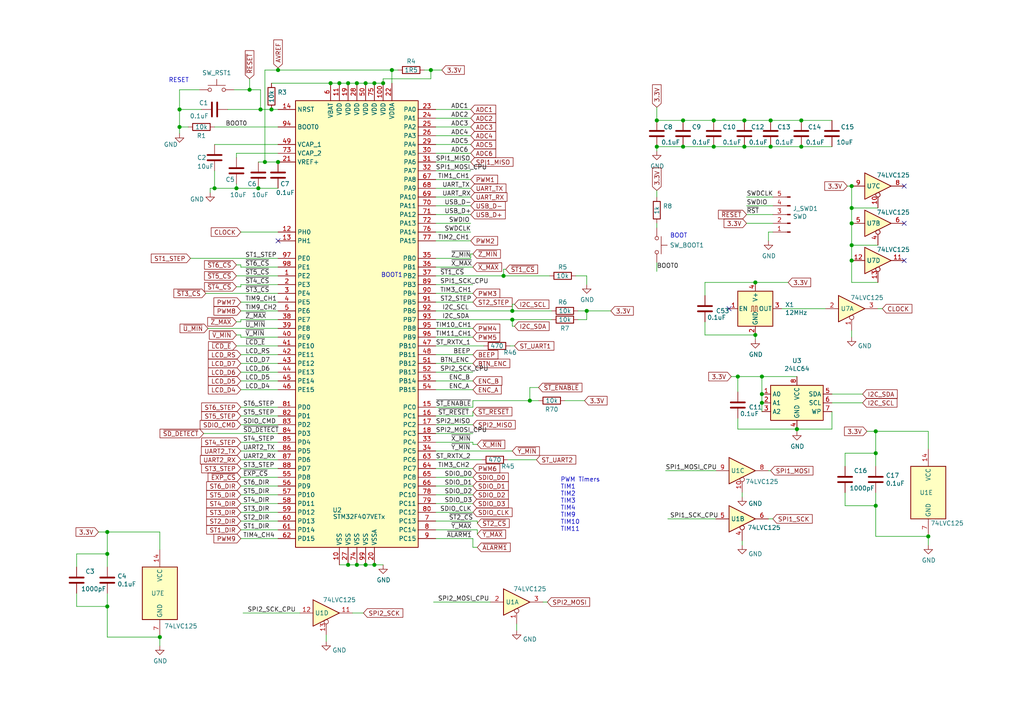
<source format=kicad_sch>
(kicad_sch (version 20201015) (generator eeschema)
  (page 1 8)
  (paper "A4")
  (junction (at 31.115 154.305) (diameter 1.016))
  (junction (at 31.115 160.655) (diameter 1.016))
  (junction (at 31.115 175.895) (diameter 1.016))
  (junction (at 46.355 184.785) (diameter 1.016))
  (junction (at 52.07 31.75) (diameter 1.016))
  (junction (at 52.07 36.83) (diameter 1.016))
  (junction (at 62.23 54.61) (diameter 1.016))
  (junction (at 68.58 54.61) (diameter 1.016))
  (junction (at 72.39 26.035) (diameter 1.016))
  (junction (at 74.93 54.61) (diameter 1.016))
  (junction (at 75.565 31.75) (diameter 1.016))
  (junction (at 76.835 46.99) (diameter 1.016))
  (junction (at 78.74 31.75) (diameter 1.016))
  (junction (at 80.645 20.32) (diameter 1.016))
  (junction (at 80.645 46.99) (diameter 1.016))
  (junction (at 95.885 24.13) (diameter 1.016))
  (junction (at 98.425 24.13) (diameter 1.016))
  (junction (at 100.965 24.13) (diameter 1.016))
  (junction (at 100.965 163.83) (diameter 1.016))
  (junction (at 103.505 24.13) (diameter 1.016))
  (junction (at 103.505 163.83) (diameter 1.016))
  (junction (at 106.045 24.13) (diameter 1.016))
  (junction (at 106.045 163.83) (diameter 1.016))
  (junction (at 108.585 24.13) (diameter 1.016))
  (junction (at 108.585 163.83) (diameter 1.016))
  (junction (at 111.125 24.13) (diameter 1.016))
  (junction (at 113.665 20.32) (diameter 1.016))
  (junction (at 124.968 20.32) (diameter 1.016))
  (junction (at 146.05 80.01) (diameter 1.016))
  (junction (at 148.59 90.17) (diameter 1.016))
  (junction (at 148.59 92.71) (diameter 1.016))
  (junction (at 153.67 116.205) (diameter 1.016))
  (junction (at 170.18 90.17) (diameter 1.016))
  (junction (at 190.5 34.925) (diameter 1.016))
  (junction (at 190.5 42.545) (diameter 1.016))
  (junction (at 198.12 34.925) (diameter 1.016))
  (junction (at 198.12 42.545) (diameter 1.016))
  (junction (at 207.01 34.925) (diameter 1.016))
  (junction (at 207.01 42.545) (diameter 1.016))
  (junction (at 213.995 109.22) (diameter 1.016))
  (junction (at 215.9 34.925) (diameter 1.016))
  (junction (at 215.9 42.545) (diameter 1.016))
  (junction (at 219.075 81.915) (diameter 1.016))
  (junction (at 219.075 97.155) (diameter 1.016))
  (junction (at 220.98 109.22) (diameter 1.016))
  (junction (at 220.98 114.3) (diameter 1.016))
  (junction (at 220.98 116.84) (diameter 1.016))
  (junction (at 223.52 34.925) (diameter 1.016))
  (junction (at 223.52 42.545) (diameter 1.016))
  (junction (at 231.14 124.46) (diameter 1.016))
  (junction (at 232.41 34.925) (diameter 1.016))
  (junction (at 232.41 42.545) (diameter 1.016))
  (junction (at 247.015 53.975) (diameter 1.016))
  (junction (at 247.015 60.325) (diameter 1.016))
  (junction (at 247.015 64.77) (diameter 1.016))
  (junction (at 247.015 71.12) (diameter 1.016))
  (junction (at 247.015 75.565) (diameter 1.016))
  (junction (at 254 125.095) (diameter 1.016))
  (junction (at 254 131.445) (diameter 1.016))
  (junction (at 254 146.685) (diameter 1.016))
  (junction (at 269.24 155.575) (diameter 1.016))
  (no_connect (at 80.645 69.85))
  (no_connect (at 262.255 53.975))
  (no_connect (at 262.255 64.77))
  (no_connect (at 211.455 89.535))
  (no_connect (at 262.255 75.565))
  (wire (pts (xy 22.225 160.655) (xy 31.115 160.655)))
  (wire (pts (xy 22.225 164.465) (xy 22.225 160.655)))
  (wire (pts (xy 22.225 172.085) (xy 22.225 175.895)))
  (wire (pts (xy 22.225 175.895) (xy 31.115 175.895)))
  (wire (pts (xy 28.575 154.305) (xy 31.115 154.305)))
  (wire (pts (xy 31.115 154.305) (xy 46.355 154.305)))
  (wire (pts (xy 31.115 160.655) (xy 31.115 154.305)))
  (wire (pts (xy 31.115 164.465) (xy 31.115 160.655)))
  (wire (pts (xy 31.115 172.085) (xy 31.115 175.895)))
  (wire (pts (xy 31.115 175.895) (xy 31.115 184.785)))
  (wire (pts (xy 31.115 184.785) (xy 46.355 184.785)))
  (wire (pts (xy 46.355 159.385) (xy 46.355 154.305)))
  (wire (pts (xy 46.355 187.325) (xy 46.355 184.785)))
  (wire (pts (xy 52.07 26.035) (xy 52.07 31.75)))
  (wire (pts (xy 52.07 31.75) (xy 52.07 36.83)))
  (wire (pts (xy 52.07 31.75) (xy 58.42 31.75)))
  (wire (pts (xy 52.07 36.83) (xy 52.07 38.735)))
  (wire (pts (xy 54.61 36.83) (xy 52.07 36.83)))
  (wire (pts (xy 55.245 74.93) (xy 80.645 74.93)))
  (wire (pts (xy 57.785 26.035) (xy 52.07 26.035)))
  (wire (pts (xy 59.055 125.73) (xy 80.645 125.73)))
  (wire (pts (xy 59.69 85.09) (xy 80.645 85.09)))
  (wire (pts (xy 60.325 95.25) (xy 80.645 95.25)))
  (wire (pts (xy 60.96 54.61) (xy 60.96 55.88)))
  (wire (pts (xy 60.96 54.61) (xy 62.23 54.61)))
  (wire (pts (xy 62.23 36.83) (xy 80.645 36.83)))
  (wire (pts (xy 62.23 49.53) (xy 62.23 54.61)))
  (wire (pts (xy 66.04 31.75) (xy 75.565 31.75)))
  (wire (pts (xy 67.945 26.035) (xy 72.39 26.035)))
  (wire (pts (xy 68.58 44.45) (xy 68.58 45.72)))
  (wire (pts (xy 68.58 53.34) (xy 68.58 54.61)))
  (wire (pts (xy 68.58 54.61) (xy 62.23 54.61)))
  (wire (pts (xy 68.58 76.835) (xy 69.85 76.835)))
  (wire (pts (xy 68.58 80.01) (xy 80.645 80.01)))
  (wire (pts (xy 68.58 83.185) (xy 69.85 83.185)))
  (wire (pts (xy 68.58 93.345) (xy 69.85 93.345)))
  (wire (pts (xy 68.58 97.155) (xy 69.85 97.155)))
  (wire (pts (xy 68.58 100.33) (xy 80.645 100.33)))
  (wire (pts (xy 69.85 67.31) (xy 80.645 67.31)))
  (wire (pts (xy 69.85 76.835) (xy 69.85 77.47)))
  (wire (pts (xy 69.85 77.47) (xy 80.645 77.47)))
  (wire (pts (xy 69.85 82.55) (xy 80.645 82.55)))
  (wire (pts (xy 69.85 83.185) (xy 69.85 82.55)))
  (wire (pts (xy 69.85 90.17) (xy 80.645 90.17)))
  (wire (pts (xy 69.85 93.345) (xy 69.85 92.71)))
  (wire (pts (xy 69.85 97.155) (xy 69.85 97.79)))
  (wire (pts (xy 70.485 177.8) (xy 86.995 177.8)))
  (wire (pts (xy 72.39 22.86) (xy 72.39 26.035)))
  (wire (pts (xy 72.39 26.035) (xy 75.565 26.035)))
  (wire (pts (xy 74.93 46.99) (xy 76.835 46.99)))
  (wire (pts (xy 74.93 54.61) (xy 68.58 54.61)))
  (wire (pts (xy 75.565 26.035) (xy 75.565 31.75)))
  (wire (pts (xy 76.835 20.32) (xy 76.835 46.99)))
  (wire (pts (xy 76.835 20.32) (xy 80.645 20.32)))
  (wire (pts (xy 76.835 46.99) (xy 80.645 46.99)))
  (wire (pts (xy 78.74 24.13) (xy 95.885 24.13)))
  (wire (pts (xy 78.74 31.75) (xy 75.565 31.75)))
  (wire (pts (xy 80.645 19.685) (xy 80.645 20.32)))
  (wire (pts (xy 80.645 20.32) (xy 113.665 20.32)))
  (wire (pts (xy 80.645 31.75) (xy 78.74 31.75)))
  (wire (pts (xy 80.645 41.91) (xy 62.23 41.91)))
  (wire (pts (xy 80.645 44.45) (xy 68.58 44.45)))
  (wire (pts (xy 80.645 54.61) (xy 74.93 54.61)))
  (wire (pts (xy 80.645 87.63) (xy 69.85 87.63)))
  (wire (pts (xy 80.645 92.71) (xy 69.85 92.71)))
  (wire (pts (xy 80.645 97.79) (xy 69.85 97.79)))
  (wire (pts (xy 80.645 102.87) (xy 69.85 102.87)))
  (wire (pts (xy 80.645 105.41) (xy 69.85 105.41)))
  (wire (pts (xy 80.645 107.95) (xy 69.85 107.95)))
  (wire (pts (xy 80.645 110.49) (xy 69.85 110.49)))
  (wire (pts (xy 80.645 113.03) (xy 69.85 113.03)))
  (wire (pts (xy 80.645 118.11) (xy 69.85 118.11)))
  (wire (pts (xy 80.645 120.65) (xy 69.85 120.65)))
  (wire (pts (xy 80.645 123.19) (xy 69.85 123.19)))
  (wire (pts (xy 80.645 128.27) (xy 69.85 128.27)))
  (wire (pts (xy 80.645 130.81) (xy 69.85 130.81)))
  (wire (pts (xy 80.645 133.35) (xy 69.85 133.35)))
  (wire (pts (xy 80.645 135.89) (xy 69.85 135.89)))
  (wire (pts (xy 80.645 138.43) (xy 69.85 138.43)))
  (wire (pts (xy 80.645 140.97) (xy 69.85 140.97)))
  (wire (pts (xy 80.645 143.51) (xy 69.85 143.51)))
  (wire (pts (xy 80.645 146.05) (xy 69.85 146.05)))
  (wire (pts (xy 80.645 148.59) (xy 69.85 148.59)))
  (wire (pts (xy 80.645 151.13) (xy 69.85 151.13)))
  (wire (pts (xy 80.645 153.67) (xy 69.85 153.67)))
  (wire (pts (xy 80.645 156.21) (xy 69.85 156.21)))
  (wire (pts (xy 94.615 186.055) (xy 94.615 184.15)))
  (wire (pts (xy 95.885 24.13) (xy 98.425 24.13)))
  (wire (pts (xy 98.425 24.13) (xy 100.965 24.13)))
  (wire (pts (xy 100.965 24.13) (xy 103.505 24.13)))
  (wire (pts (xy 100.965 163.83) (xy 98.425 163.83)))
  (wire (pts (xy 102.235 177.8) (xy 105.41 177.8)))
  (wire (pts (xy 103.505 24.13) (xy 106.045 24.13)))
  (wire (pts (xy 103.505 163.83) (xy 100.965 163.83)))
  (wire (pts (xy 106.045 24.13) (xy 108.585 24.13)))
  (wire (pts (xy 106.045 163.83) (xy 103.505 163.83)))
  (wire (pts (xy 108.585 24.13) (xy 111.125 24.13)))
  (wire (pts (xy 108.585 163.83) (xy 106.045 163.83)))
  (wire (pts (xy 111.125 22.86) (xy 124.968 22.86)))
  (wire (pts (xy 111.125 24.13) (xy 111.125 22.86)))
  (wire (pts (xy 111.125 163.83) (xy 108.585 163.83)))
  (wire (pts (xy 113.665 20.32) (xy 113.665 24.13)))
  (wire (pts (xy 113.665 20.32) (xy 115.443 20.32)))
  (wire (pts (xy 123.063 20.32) (xy 124.968 20.32)))
  (wire (pts (xy 124.968 20.32) (xy 128.143 20.32)))
  (wire (pts (xy 124.968 22.86) (xy 124.968 20.32)))
  (wire (pts (xy 126.365 31.75) (xy 136.525 31.75)))
  (wire (pts (xy 126.365 34.29) (xy 136.525 34.29)))
  (wire (pts (xy 126.365 36.83) (xy 136.525 36.83)))
  (wire (pts (xy 126.365 39.37) (xy 136.525 39.37)))
  (wire (pts (xy 126.365 41.91) (xy 136.525 41.91)))
  (wire (pts (xy 126.365 44.45) (xy 136.525 44.45)))
  (wire (pts (xy 126.365 46.99) (xy 136.525 46.99)))
  (wire (pts (xy 126.365 49.53) (xy 136.525 49.53)))
  (wire (pts (xy 126.365 52.07) (xy 136.525 52.07)))
  (wire (pts (xy 126.365 54.61) (xy 136.525 54.61)))
  (wire (pts (xy 126.365 57.15) (xy 136.525 57.15)))
  (wire (pts (xy 126.365 59.69) (xy 136.525 59.69)))
  (wire (pts (xy 126.365 62.23) (xy 136.525 62.23)))
  (wire (pts (xy 126.365 64.77) (xy 136.525 64.77)))
  (wire (pts (xy 126.365 67.31) (xy 136.525 67.31)))
  (wire (pts (xy 126.365 69.85) (xy 136.525 69.85)))
  (wire (pts (xy 126.365 74.93) (xy 136.525 74.93)))
  (wire (pts (xy 126.365 77.47) (xy 137.16 77.47)))
  (wire (pts (xy 126.365 80.01) (xy 146.05 80.01)))
  (wire (pts (xy 126.365 82.55) (xy 137.16 82.55)))
  (wire (pts (xy 126.365 85.09) (xy 137.16 85.09)))
  (wire (pts (xy 126.365 87.63) (xy 137.16 87.63)))
  (wire (pts (xy 126.365 90.17) (xy 148.59 90.17)))
  (wire (pts (xy 126.365 92.71) (xy 148.59 92.71)))
  (wire (pts (xy 126.365 95.25) (xy 137.16 95.25)))
  (wire (pts (xy 126.365 97.79) (xy 137.16 97.79)))
  (wire (pts (xy 126.365 100.33) (xy 140.335 100.33)))
  (wire (pts (xy 126.365 102.87) (xy 137.16 102.87)))
  (wire (pts (xy 126.365 105.41) (xy 137.16 105.41)))
  (wire (pts (xy 126.365 107.95) (xy 137.16 107.95)))
  (wire (pts (xy 126.365 110.49) (xy 137.16 110.49)))
  (wire (pts (xy 126.365 113.03) (xy 137.16 113.03)))
  (wire (pts (xy 126.365 118.11) (xy 137.16 118.11)))
  (wire (pts (xy 126.365 120.65) (xy 137.16 120.65)))
  (wire (pts (xy 126.365 123.19) (xy 137.16 123.19)))
  (wire (pts (xy 126.365 125.73) (xy 137.16 125.73)))
  (wire (pts (xy 126.365 128.27) (xy 137.16 128.27)))
  (wire (pts (xy 126.365 130.81) (xy 148.59 130.81)))
  (wire (pts (xy 126.365 133.35) (xy 139.7 133.35)))
  (wire (pts (xy 126.365 135.89) (xy 137.16 135.89)))
  (wire (pts (xy 126.365 138.43) (xy 137.16 138.43)))
  (wire (pts (xy 126.365 140.97) (xy 137.16 140.97)))
  (wire (pts (xy 126.365 143.51) (xy 137.16 143.51)))
  (wire (pts (xy 126.365 146.05) (xy 137.16 146.05)))
  (wire (pts (xy 126.365 148.59) (xy 137.16 148.59)))
  (wire (pts (xy 126.365 151.13) (xy 138.43 151.13)))
  (wire (pts (xy 126.365 153.67) (xy 138.43 153.67)))
  (wire (pts (xy 126.365 156.21) (xy 137.16 156.21)))
  (wire (pts (xy 136.525 73.66) (xy 136.525 74.93)))
  (wire (pts (xy 137.16 73.66) (xy 136.525 73.66)))
  (wire (pts (xy 137.16 116.205) (xy 137.16 118.11)))
  (wire (pts (xy 137.16 116.205) (xy 153.67 116.205)))
  (wire (pts (xy 137.16 119.38) (xy 137.16 120.65)))
  (wire (pts (xy 137.16 128.905) (xy 137.16 128.27)))
  (wire (pts (xy 137.16 158.75) (xy 137.16 156.21)))
  (wire (pts (xy 138.43 128.905) (xy 137.16 128.905)))
  (wire (pts (xy 138.43 151.13) (xy 138.43 151.765)))
  (wire (pts (xy 138.43 153.67) (xy 138.43 154.94)))
  (wire (pts (xy 138.43 158.75) (xy 137.16 158.75)))
  (wire (pts (xy 142.24 174.625) (xy 125.73 174.625)))
  (wire (pts (xy 146.05 78.105) (xy 146.05 80.01)))
  (wire (pts (xy 146.05 80.01) (xy 159.385 80.01)))
  (wire (pts (xy 146.685 78.105) (xy 146.05 78.105)))
  (wire (pts (xy 147.32 133.35) (xy 155.575 133.35)))
  (wire (pts (xy 147.955 100.33) (xy 149.225 100.33)))
  (wire (pts (xy 148.59 88.265) (xy 148.59 90.17)))
  (wire (pts (xy 148.59 90.17) (xy 160.02 90.17)))
  (wire (pts (xy 148.59 92.71) (xy 160.02 92.71)))
  (wire (pts (xy 148.59 94.615) (xy 148.59 92.71)))
  (wire (pts (xy 149.225 88.265) (xy 148.59 88.265)))
  (wire (pts (xy 149.225 94.615) (xy 148.59 94.615)))
  (wire (pts (xy 149.86 182.88) (xy 149.86 180.975)))
  (wire (pts (xy 153.67 112.395) (xy 156.21 112.395)))
  (wire (pts (xy 153.67 116.205) (xy 153.67 112.395)))
  (wire (pts (xy 153.67 116.205) (xy 156.21 116.205)))
  (wire (pts (xy 158.75 174.625) (xy 157.48 174.625)))
  (wire (pts (xy 163.83 116.205) (xy 169.545 116.205)))
  (wire (pts (xy 167.005 80.01) (xy 170.18 80.01)))
  (wire (pts (xy 167.64 90.17) (xy 170.18 90.17)))
  (wire (pts (xy 170.18 80.01) (xy 170.18 82.55)))
  (wire (pts (xy 170.18 90.17) (xy 170.18 92.71)))
  (wire (pts (xy 170.18 90.17) (xy 177.165 90.17)))
  (wire (pts (xy 170.18 92.71) (xy 167.64 92.71)))
  (wire (pts (xy 190.5 34.925) (xy 190.5 31.115)))
  (wire (pts (xy 190.5 42.545) (xy 190.5 43.815)))
  (wire (pts (xy 190.5 57.15) (xy 190.5 55.245)))
  (wire (pts (xy 190.5 64.77) (xy 190.5 66.04)))
  (wire (pts (xy 190.5 76.2) (xy 190.5 78.74)))
  (wire (pts (xy 198.12 34.925) (xy 190.5 34.925)))
  (wire (pts (xy 198.12 42.545) (xy 190.5 42.545)))
  (wire (pts (xy 204.47 81.915) (xy 219.075 81.915)))
  (wire (pts (xy 204.47 85.725) (xy 204.47 81.915)))
  (wire (pts (xy 204.47 93.345) (xy 204.47 97.155)))
  (wire (pts (xy 204.47 97.155) (xy 219.075 97.155)))
  (wire (pts (xy 207.01 34.925) (xy 198.12 34.925)))
  (wire (pts (xy 207.01 42.545) (xy 198.12 42.545)))
  (wire (pts (xy 207.645 136.525) (xy 193.04 136.525)))
  (wire (pts (xy 207.645 150.495) (xy 193.675 150.495)))
  (wire (pts (xy 212.09 109.22) (xy 213.995 109.22)))
  (wire (pts (xy 213.995 109.22) (xy 220.98 109.22)))
  (wire (pts (xy 213.995 113.665) (xy 213.995 109.22)))
  (wire (pts (xy 213.995 121.285) (xy 213.995 124.46)))
  (wire (pts (xy 213.995 124.46) (xy 231.14 124.46)))
  (wire (pts (xy 215.265 144.145) (xy 215.265 142.875)))
  (wire (pts (xy 215.265 156.845) (xy 215.265 158.115)))
  (wire (pts (xy 215.9 34.925) (xy 207.01 34.925)))
  (wire (pts (xy 215.9 42.545) (xy 207.01 42.545)))
  (wire (pts (xy 219.075 81.915) (xy 228.6 81.915)))
  (wire (pts (xy 219.075 97.155) (xy 219.075 98.425)))
  (wire (pts (xy 220.98 109.22) (xy 231.14 109.22)))
  (wire (pts (xy 220.98 114.3) (xy 220.98 109.22)))
  (wire (pts (xy 220.98 114.3) (xy 220.98 116.84)))
  (wire (pts (xy 220.98 116.84) (xy 220.98 119.38)))
  (wire (pts (xy 222.885 67.31) (xy 222.885 69.85)))
  (wire (pts (xy 223.52 34.925) (xy 215.9 34.925)))
  (wire (pts (xy 223.52 42.545) (xy 215.9 42.545)))
  (wire (pts (xy 223.52 136.525) (xy 222.885 136.525)))
  (wire (pts (xy 224.155 57.15) (xy 216.535 57.15)))
  (wire (pts (xy 224.155 59.69) (xy 216.535 59.69)))
  (wire (pts (xy 224.155 62.23) (xy 216.535 62.23)))
  (wire (pts (xy 224.155 64.77) (xy 216.535 64.77)))
  (wire (pts (xy 224.155 67.31) (xy 222.885 67.31)))
  (wire (pts (xy 224.155 150.495) (xy 222.885 150.495)))
  (wire (pts (xy 226.695 89.535) (xy 239.395 89.535)))
  (wire (pts (xy 231.14 125.095) (xy 231.14 124.46)))
  (wire (pts (xy 232.41 34.925) (xy 223.52 34.925)))
  (wire (pts (xy 232.41 42.545) (xy 223.52 42.545)))
  (wire (pts (xy 241.3 34.925) (xy 232.41 34.925)))
  (wire (pts (xy 241.3 42.545) (xy 232.41 42.545)))
  (wire (pts (xy 241.3 114.3) (xy 250.19 114.3)))
  (wire (pts (xy 241.3 116.84) (xy 250.19 116.84)))
  (wire (pts (xy 241.3 119.38) (xy 241.3 124.46)))
  (wire (pts (xy 241.3 124.46) (xy 231.14 124.46)))
  (wire (pts (xy 245.11 131.445) (xy 254 131.445)))
  (wire (pts (xy 245.11 135.255) (xy 245.11 131.445)))
  (wire (pts (xy 245.11 142.875) (xy 245.11 146.685)))
  (wire (pts (xy 245.11 146.685) (xy 254 146.685)))
  (wire (pts (xy 245.745 53.975) (xy 247.015 53.975)))
  (wire (pts (xy 247.015 60.325) (xy 247.015 53.975)))
  (wire (pts (xy 247.015 60.325) (xy 247.015 64.77)))
  (wire (pts (xy 247.015 71.12) (xy 247.015 64.77)))
  (wire (pts (xy 247.015 71.12) (xy 247.015 75.565)))
  (wire (pts (xy 247.015 81.915) (xy 247.015 75.565)))
  (wire (pts (xy 247.015 97.79) (xy 247.015 95.885)))
  (wire (pts (xy 251.46 125.095) (xy 254 125.095)))
  (wire (pts (xy 254 125.095) (xy 269.24 125.095)))
  (wire (pts (xy 254 131.445) (xy 254 125.095)))
  (wire (pts (xy 254 135.255) (xy 254 131.445)))
  (wire (pts (xy 254 142.875) (xy 254 146.685)))
  (wire (pts (xy 254 146.685) (xy 254 155.575)))
  (wire (pts (xy 254 155.575) (xy 269.24 155.575)))
  (wire (pts (xy 254.635 60.325) (xy 247.015 60.325)))
  (wire (pts (xy 254.635 71.12) (xy 247.015 71.12)))
  (wire (pts (xy 254.635 81.915) (xy 247.015 81.915)))
  (wire (pts (xy 255.905 89.535) (xy 254.635 89.535)))
  (wire (pts (xy 269.24 130.175) (xy 269.24 125.095)))
  (wire (pts (xy 269.24 158.115) (xy 269.24 155.575)))
  (text "RESET" (at 48.895 24.13 0) (effects (font (size 1.27 1.27)) (justify left bottom)))
  (text "BOOT1" (at 110.49 80.645 0) (effects (font (size 1.27 1.27)) (justify left bottom)))
  (text "PWM Timers\nTIM1\nTIM2\nTIM3\nTIM4\nTIM9\nTIM10\nTIM11" (at 162.56 154.305 0) (effects (font (size 1.27 1.27)) (justify left bottom)))
  (text "BOOT" (at 194.31 69.215 0) (effects (font (size 1.27 1.27)) (justify left bottom)))
  (label "BOOT0" (at 65.405 36.83 0))
  (label "ST6_STEP" (at 70.485 118.11 0))
  (label "ST5_STEP" (at 70.485 120.65 0))
  (label "SDIO_CMD" (at 70.485 123.19 0))
  (label "~SD_DETECT" (at 70.485 125.73 0))
  (label "ST4_STEP" (at 70.485 128.27 0))
  (label "UART2_TX" (at 70.485 130.81 0))
  (label "UART2_RX" (at 70.485 133.35 0))
  (label "ST3_STEP" (at 70.485 135.89 0))
  (label "~EXP_CS" (at 70.485 138.43 0))
  (label "ST6_DIR" (at 70.485 140.97 0))
  (label "ST5_DIR" (at 70.485 143.51 0))
  (label "ST4_DIR" (at 70.485 146.05 0))
  (label "ST3_DIR" (at 70.485 148.59 0))
  (label "ST2_DIR" (at 70.485 151.13 0))
  (label "ST1_DIR" (at 70.485 153.67 0))
  (label "TIM4_CH4" (at 70.485 156.21 0))
  (label "ST1_STEP" (at 71.12 74.93 0))
  (label "~ST6_CS" (at 71.12 77.47 0))
  (label "~ST5_CS" (at 71.12 80.01 0))
  (label "~ST4_CS" (at 71.12 82.55 0))
  (label "~ST3_CS" (at 71.12 85.09 0))
  (label "TIM9_CH1" (at 71.12 87.63 0))
  (label "TIM9_CH2" (at 71.12 90.17 0))
  (label "~Z_MAX" (at 71.12 92.71 0))
  (label "~U_MIN" (at 71.12 95.25 0))
  (label "~V_MIN" (at 71.12 97.79 0))
  (label "~LCD_E" (at 71.12 100.33 0))
  (label "LCD_RS" (at 71.12 102.87 0))
  (label "LCD_D7" (at 71.12 105.41 0))
  (label "LCD_D6" (at 71.12 107.95 0))
  (label "LCD_D5" (at 71.12 110.49 0))
  (label "LCD_D4" (at 71.12 113.03 0))
  (label "SPI2_SCK_CPU" (at 71.755 177.8 0))
  (label "SPI1_MISO" (at 126.365 46.99 0))
  (label "SPI1_MOSI_CPU" (at 126.365 49.53 0))
  (label "TIM10_CH1" (at 126.365 95.25 0))
  (label "TIM11_CH1" (at 126.365 97.79 0))
  (label "ST_RXTX_1" (at 126.365 100.33 0))
  (label "~ST_ENABLE" (at 126.365 118.11 0))
  (label "SPI2_MISO" (at 126.365 123.19 0))
  (label "SPI2_MOSI_CPU" (at 126.365 125.73 0))
  (label "ST_RXTX_2" (at 126.365 133.35 0))
  (label "TIM1_CH1" (at 127 52.07 0))
  (label "TIM2_CH1" (at 127 69.85 0))
  (label "~ST_RESET" (at 127 120.65 0))
  (label "TIM3_CH2" (at 127 135.89 0))
  (label "SPI2_MOSI_CPU" (at 127 174.625 0))
  (label "~ST1_CS" (at 127.635 80.01 0))
  (label "SPI1_SCK_CPU" (at 127.635 82.55 0))
  (label "TIM3_CH1" (at 127.635 85.09 0))
  (label "ST2_STEP" (at 127.635 87.63 0))
  (label "BTN_ENC" (at 127.635 105.41 0))
  (label "SPI2_SCK_CPU" (at 127.635 107.95 0))
  (label "SDIO_CLK" (at 127.635 148.59 0))
  (label "UART_TX" (at 128.27 54.61 0))
  (label "UART_RX" (at 128.27 57.15 0))
  (label "I2C_SCL" (at 128.27 90.17 0))
  (label "I2C_SDA" (at 128.27 92.71 0))
  (label "USB_D-" (at 128.905 59.69 0))
  (label "USB_D+" (at 128.905 62.23 0))
  (label "SWDCLK" (at 128.905 67.31 0))
  (label "SDIO_D0" (at 128.905 138.43 0))
  (label "SDIO_D1" (at 128.905 140.97 0))
  (label "SDIO_D2" (at 128.905 143.51 0))
  (label "SDIO_D3" (at 128.905 146.05 0))
  (label "~ALARM1" (at 129.54 156.21 0))
  (label "SWDIO" (at 130.175 64.77 0))
  (label "ENC_B" (at 130.175 110.49 0))
  (label "ENC_A" (at 130.175 113.03 0))
  (label "~ST2_CS" (at 130.175 151.13 0))
  (label "ADC1" (at 130.81 31.75 0))
  (label "ADC2" (at 130.81 34.29 0))
  (label "ADC3" (at 130.81 36.83 0))
  (label "ADC4" (at 130.81 39.37 0))
  (label "ADC5" (at 130.81 41.91 0))
  (label "ADC6" (at 130.81 44.45 0))
  (label "~Z_MIN" (at 130.81 74.93 0))
  (label "~X_MAX" (at 130.81 77.47 0))
  (label "~X_MIN" (at 130.81 128.27 0))
  (label "~Y_MIN" (at 130.81 130.81 0))
  (label "~Y_MAX" (at 130.81 153.67 0))
  (label "BEEP" (at 131.445 102.87 0))
  (label "BOOT0" (at 190.5 78.105 0))
  (label "SPI1_MOSI_CPU" (at 193.04 136.525 0))
  (label "SPI1_SCK_CPU" (at 194.31 150.495 0))
  (label "SWDCLK" (at 216.535 57.15 0))
  (label "SWDIO" (at 216.535 59.69 0))
  (label "~RST" (at 216.535 62.23 0))
  (global_label "3.3V" (shape input) (at 28.575 154.305 180) (property "Intersheet References" "${INTERSHEET_REFS}" (effects hide)))
  (global_label "ST1_STEP" (shape input) (at 55.245 74.93 180) (property "Intersheet References" "${INTERSHEET_REFS}" (effects hide)))
  (global_label "~SD_DETECT" (shape input) (at 59.055 125.73 180) (property "Intersheet References" "${INTERSHEET_REFS}" (effects hide)))
  (global_label "~ST3_CS" (shape input) (at 59.69 85.09 180) (property "Intersheet References" "${INTERSHEET_REFS}" (effects hide)))
  (global_label "~U_MIN" (shape input) (at 60.325 95.25 180) (property "Intersheet References" "${INTERSHEET_REFS}" (effects hide)))
  (global_label "~ST6_CS" (shape input) (at 68.58 76.835 180) (property "Intersheet References" "${INTERSHEET_REFS}" (effects hide)))
  (global_label "~ST5_CS" (shape input) (at 68.58 80.01 180) (property "Intersheet References" "${INTERSHEET_REFS}" (effects hide)))
  (global_label "~ST4_CS" (shape input) (at 68.58 83.185 180) (property "Intersheet References" "${INTERSHEET_REFS}" (effects hide)))
  (global_label "~Z_MAX" (shape input) (at 68.58 93.345 180) (property "Intersheet References" "${INTERSHEET_REFS}" (effects hide)))
  (global_label "~V_MIN" (shape input) (at 68.58 97.155 180) (property "Intersheet References" "${INTERSHEET_REFS}" (effects hide)))
  (global_label "~LCD_E" (shape input) (at 68.58 100.33 180) (property "Intersheet References" "${INTERSHEET_REFS}" (effects hide)))
  (global_label "CLOCK" (shape input) (at 69.85 67.31 180) (property "Intersheet References" "${INTERSHEET_REFS}" (effects hide)))
  (global_label "PWM7" (shape input) (at 69.85 87.63 180) (property "Intersheet References" "${INTERSHEET_REFS}" (effects hide)))
  (global_label "PWM8" (shape input) (at 69.85 90.17 180) (property "Intersheet References" "${INTERSHEET_REFS}" (effects hide)))
  (global_label "LCD_RS" (shape input) (at 69.85 102.87 180) (property "Intersheet References" "${INTERSHEET_REFS}" (effects hide)))
  (global_label "LCD_D7" (shape input) (at 69.85 105.41 180) (property "Intersheet References" "${INTERSHEET_REFS}" (effects hide)))
  (global_label "LCD_D6" (shape input) (at 69.85 107.95 180) (property "Intersheet References" "${INTERSHEET_REFS}" (effects hide)))
  (global_label "LCD_D5" (shape input) (at 69.85 110.49 180) (property "Intersheet References" "${INTERSHEET_REFS}" (effects hide)))
  (global_label "LCD_D4" (shape input) (at 69.85 113.03 180) (property "Intersheet References" "${INTERSHEET_REFS}" (effects hide)))
  (global_label "ST6_STEP" (shape input) (at 69.85 118.11 180) (property "Intersheet References" "${INTERSHEET_REFS}" (effects hide)))
  (global_label "ST5_STEP" (shape input) (at 69.85 120.65 180) (property "Intersheet References" "${INTERSHEET_REFS}" (effects hide)))
  (global_label "SDIO_CMD" (shape input) (at 69.85 123.19 180) (property "Intersheet References" "${INTERSHEET_REFS}" (effects hide)))
  (global_label "ST4_STEP" (shape input) (at 69.85 128.27 180) (property "Intersheet References" "${INTERSHEET_REFS}" (effects hide)))
  (global_label "UART2_TX" (shape input) (at 69.85 130.81 180) (property "Intersheet References" "${INTERSHEET_REFS}" (effects hide)))
  (global_label "UART2_RX" (shape input) (at 69.85 133.35 180) (property "Intersheet References" "${INTERSHEET_REFS}" (effects hide)))
  (global_label "ST3_STEP" (shape input) (at 69.85 135.89 180) (property "Intersheet References" "${INTERSHEET_REFS}" (effects hide)))
  (global_label "~EXP_CS" (shape input) (at 69.85 138.43 180) (property "Intersheet References" "${INTERSHEET_REFS}" (effects hide)))
  (global_label "ST6_DIR" (shape input) (at 69.85 140.97 180) (property "Intersheet References" "${INTERSHEET_REFS}" (effects hide)))
  (global_label "ST5_DIR" (shape input) (at 69.85 143.51 180) (property "Intersheet References" "${INTERSHEET_REFS}" (effects hide)))
  (global_label "ST4_DIR" (shape input) (at 69.85 146.05 180) (property "Intersheet References" "${INTERSHEET_REFS}" (effects hide)))
  (global_label "ST3_DIR" (shape input) (at 69.85 148.59 180) (property "Intersheet References" "${INTERSHEET_REFS}" (effects hide)))
  (global_label "ST2_DIR" (shape input) (at 69.85 151.13 180) (property "Intersheet References" "${INTERSHEET_REFS}" (effects hide)))
  (global_label "ST1_DIR" (shape input) (at 69.85 153.67 180) (property "Intersheet References" "${INTERSHEET_REFS}" (effects hide)))
  (global_label "PWM9" (shape input) (at 69.85 156.21 180) (property "Intersheet References" "${INTERSHEET_REFS}" (effects hide)))
  (global_label "~RESET" (shape input) (at 72.39 22.86 90) (property "Intersheet References" "${INTERSHEET_REFS}" (effects hide)))
  (global_label "AVREF" (shape input) (at 80.645 19.685 90) (property "Intersheet References" "${INTERSHEET_REFS}" (effects hide)))
  (global_label "SPI2_SCK" (shape input) (at 105.41 177.8 0) (property "Intersheet References" "${INTERSHEET_REFS}" (effects hide)))
  (global_label "3.3V" (shape input) (at 128.143 20.32 0) (property "Intersheet References" "${INTERSHEET_REFS}" (effects hide)))
  (global_label "ADC1" (shape input) (at 136.525 31.75 0) (property "Intersheet References" "${INTERSHEET_REFS}" (effects hide)))
  (global_label "ADC2" (shape input) (at 136.525 34.29 0) (property "Intersheet References" "${INTERSHEET_REFS}" (effects hide)))
  (global_label "ADC3" (shape input) (at 136.525 36.83 0) (property "Intersheet References" "${INTERSHEET_REFS}" (effects hide)))
  (global_label "ADC4" (shape input) (at 136.525 39.37 0) (property "Intersheet References" "${INTERSHEET_REFS}" (effects hide)))
  (global_label "ADC5" (shape input) (at 136.525 41.91 0) (property "Intersheet References" "${INTERSHEET_REFS}" (effects hide)))
  (global_label "ADC6" (shape input) (at 136.525 44.45 0) (property "Intersheet References" "${INTERSHEET_REFS}" (effects hide)))
  (global_label "SPI1_MISO" (shape input) (at 136.525 46.99 0) (property "Intersheet References" "${INTERSHEET_REFS}" (effects hide)))
  (global_label "PWM1" (shape input) (at 136.525 52.07 0) (property "Intersheet References" "${INTERSHEET_REFS}" (effects hide)))
  (global_label "UART_TX" (shape input) (at 136.525 54.61 0) (property "Intersheet References" "${INTERSHEET_REFS}" (effects hide)))
  (global_label "UART_RX" (shape input) (at 136.525 57.15 0) (property "Intersheet References" "${INTERSHEET_REFS}" (effects hide)))
  (global_label "USB_D-" (shape input) (at 136.525 59.69 0) (property "Intersheet References" "${INTERSHEET_REFS}" (effects hide)))
  (global_label "USB_D+" (shape input) (at 136.525 62.23 0) (property "Intersheet References" "${INTERSHEET_REFS}" (effects hide)))
  (global_label "PWM2" (shape input) (at 136.525 69.85 0) (property "Intersheet References" "${INTERSHEET_REFS}" (effects hide)))
  (global_label "~Z_MIN" (shape input) (at 137.16 73.66 0) (property "Intersheet References" "${INTERSHEET_REFS}" (effects hide)))
  (global_label "~X_MAX" (shape input) (at 137.16 77.47 0) (property "Intersheet References" "${INTERSHEET_REFS}" (effects hide)))
  (global_label "PWM3" (shape input) (at 137.16 85.09 0) (property "Intersheet References" "${INTERSHEET_REFS}" (effects hide)))
  (global_label "ST2_STEP" (shape input) (at 137.16 87.63 0) (property "Intersheet References" "${INTERSHEET_REFS}" (effects hide)))
  (global_label "PWM4" (shape input) (at 137.16 95.25 0) (property "Intersheet References" "${INTERSHEET_REFS}" (effects hide)))
  (global_label "PWM5" (shape input) (at 137.16 97.79 0) (property "Intersheet References" "${INTERSHEET_REFS}" (effects hide)))
  (global_label "BEEP" (shape input) (at 137.16 102.87 0) (property "Intersheet References" "${INTERSHEET_REFS}" (effects hide)))
  (global_label "BTN_ENC" (shape input) (at 137.16 105.41 0) (property "Intersheet References" "${INTERSHEET_REFS}" (effects hide)))
  (global_label "ENC_B" (shape input) (at 137.16 110.49 0) (property "Intersheet References" "${INTERSHEET_REFS}" (effects hide)))
  (global_label "ENC_A" (shape input) (at 137.16 113.03 0) (property "Intersheet References" "${INTERSHEET_REFS}" (effects hide)))
  (global_label "~ST_RESET" (shape input) (at 137.16 119.38 0) (property "Intersheet References" "${INTERSHEET_REFS}" (effects hide)))
  (global_label "SPI2_MISO" (shape input) (at 137.16 123.19 0) (property "Intersheet References" "${INTERSHEET_REFS}" (effects hide)))
  (global_label "PWM6" (shape input) (at 137.16 135.89 0) (property "Intersheet References" "${INTERSHEET_REFS}" (effects hide)))
  (global_label "SDIO_D0" (shape input) (at 137.16 138.43 0) (property "Intersheet References" "${INTERSHEET_REFS}" (effects hide)))
  (global_label "SDIO_D1" (shape input) (at 137.16 140.97 0) (property "Intersheet References" "${INTERSHEET_REFS}" (effects hide)))
  (global_label "SDIO_D2" (shape input) (at 137.16 143.51 0) (property "Intersheet References" "${INTERSHEET_REFS}" (effects hide)))
  (global_label "SDIO_D3" (shape input) (at 137.16 146.05 0) (property "Intersheet References" "${INTERSHEET_REFS}" (effects hide)))
  (global_label "SDIO_CLK" (shape input) (at 137.16 148.59 0) (property "Intersheet References" "${INTERSHEET_REFS}" (effects hide)))
  (global_label "~X_MIN" (shape input) (at 138.43 128.905 0) (property "Intersheet References" "${INTERSHEET_REFS}" (effects hide)))
  (global_label "~ST2_CS" (shape input) (at 138.43 151.765 0) (property "Intersheet References" "${INTERSHEET_REFS}" (effects hide)))
  (global_label "~Y_MAX" (shape input) (at 138.43 154.94 0) (property "Intersheet References" "${INTERSHEET_REFS}" (effects hide)))
  (global_label "~ALARM1" (shape input) (at 138.43 158.75 0) (property "Intersheet References" "${INTERSHEET_REFS}" (effects hide)))
  (global_label "~ST1_CS" (shape input) (at 146.685 78.105 0) (property "Intersheet References" "${INTERSHEET_REFS}" (effects hide)))
  (global_label "~Y_MIN" (shape input) (at 148.59 130.81 0) (property "Intersheet References" "${INTERSHEET_REFS}" (effects hide)))
  (global_label "I2C_SCL" (shape input) (at 149.225 88.265 0) (property "Intersheet References" "${INTERSHEET_REFS}" (effects hide)))
  (global_label "I2C_SDA" (shape input) (at 149.225 94.615 0) (property "Intersheet References" "${INTERSHEET_REFS}" (effects hide)))
  (global_label "ST_UART1" (shape input) (at 149.225 100.33 0) (property "Intersheet References" "${INTERSHEET_REFS}" (effects hide)))
  (global_label "ST_UART2" (shape input) (at 155.575 133.35 0) (property "Intersheet References" "${INTERSHEET_REFS}" (effects hide)))
  (global_label "~ST_ENABLE" (shape input) (at 156.21 112.395 0) (property "Intersheet References" "${INTERSHEET_REFS}" (effects hide)))
  (global_label "SPI2_MOSI" (shape input) (at 158.75 174.625 0) (property "Intersheet References" "${INTERSHEET_REFS}" (effects hide)))
  (global_label "3.3V" (shape input) (at 169.545 116.205 0) (property "Intersheet References" "${INTERSHEET_REFS}" (effects hide)))
  (global_label "3.3V" (shape input) (at 177.165 90.17 0) (property "Intersheet References" "${INTERSHEET_REFS}" (effects hide)))
  (global_label "3.3V" (shape input) (at 190.5 31.115 90) (property "Intersheet References" "${INTERSHEET_REFS}" (effects hide)))
  (global_label "3.3V" (shape input) (at 190.5 55.245 90) (property "Intersheet References" "${INTERSHEET_REFS}" (effects hide)))
  (global_label "3.3V" (shape input) (at 212.09 109.22 180) (property "Intersheet References" "${INTERSHEET_REFS}" (effects hide)))
  (global_label "~RESET" (shape input) (at 216.535 62.23 180) (property "Intersheet References" "${INTERSHEET_REFS}" (effects hide)))
  (global_label "3.3V" (shape input) (at 216.535 64.77 180) (property "Intersheet References" "${INTERSHEET_REFS}" (effects hide)))
  (global_label "SPI1_MOSI" (shape input) (at 223.52 136.525 0) (property "Intersheet References" "${INTERSHEET_REFS}" (effects hide)))
  (global_label "SPI1_SCK" (shape input) (at 224.155 150.495 0) (property "Intersheet References" "${INTERSHEET_REFS}" (effects hide)))
  (global_label "3.3V" (shape input) (at 228.6 81.915 0) (property "Intersheet References" "${INTERSHEET_REFS}" (effects hide)))
  (global_label "3.3V" (shape input) (at 245.745 53.975 180) (property "Intersheet References" "${INTERSHEET_REFS}" (effects hide)))
  (global_label "I2C_SDA" (shape input) (at 250.19 114.3 0) (property "Intersheet References" "${INTERSHEET_REFS}" (effects hide)))
  (global_label "I2C_SCL" (shape input) (at 250.19 116.84 0) (property "Intersheet References" "${INTERSHEET_REFS}" (effects hide)))
  (global_label "3.3V" (shape input) (at 251.46 125.095 180) (property "Intersheet References" "${INTERSHEET_REFS}" (effects hide)))
  (global_label "CLOCK" (shape input) (at 255.905 89.535 0) (property "Intersheet References" "${INTERSHEET_REFS}" (effects hide)))
  (symbol (lib_id "power:GND") (at 46.355 187.325 0) (unit 1)
    (property "Reference" "#PWR0102" (effects hide))
    (property "Value" "GND" (at 46.482 191.7192 0))
  )
  (symbol (lib_id "power:GND") (at 52.07 38.735 0) (unit 1)
    (property "Reference" "#PWR01" (effects hide))
    (property "Value" "GND" (at 49.53 41.91 0))
  )
  (symbol (lib_id "power:GND") (at 60.96 55.88 0) (unit 1)
    (property "Reference" "#PWR02" (effects hide))
    (property "Value" "GND" (at 57.15 57.785 0))
  )
  (symbol (lib_id "power:GND") (at 94.615 186.055 0) (unit 1)
    (property "Reference" "#PWR0101" (effects hide))
    (property "Value" "GND" (at 98.425 188.595 0))
  )
  (symbol (lib_id "power:GND") (at 111.125 163.83 0) (unit 1)
    (property "Reference" "#PWR03" (effects hide))
    (property "Value" "GND" (at 111.252 168.2242 0))
  )
  (symbol (lib_id "power:GND") (at 149.86 182.88 0) (unit 1)
    (property "Reference" "#PWR04" (effects hide))
    (property "Value" "GND" (at 153.67 185.42 0))
  )
  (symbol (lib_id "power:GND") (at 170.18 82.55 0) (unit 1)
    (property "Reference" "#PWR05" (effects hide))
    (property "Value" "GND" (at 170.307 86.9442 0))
  )
  (symbol (lib_id "power:GND") (at 190.5 43.815 0) (unit 1)
    (property "Reference" "#PWR06" (effects hide))
    (property "Value" "GND" (at 190.627 48.2092 0))
  )
  (symbol (lib_id "power:GND") (at 215.265 144.145 0) (unit 1)
    (property "Reference" "#PWR07" (effects hide))
    (property "Value" "GND" (at 219.075 146.05 0))
  )
  (symbol (lib_id "power:GND") (at 215.265 158.115 0) (unit 1)
    (property "Reference" "#PWR08" (effects hide))
    (property "Value" "GND" (at 219.075 160.655 0))
  )
  (symbol (lib_id "power:GND") (at 219.075 98.425 0) (unit 1)
    (property "Reference" "#PWR0103" (effects hide))
    (property "Value" "GND" (at 219.202 102.8192 0))
  )
  (symbol (lib_id "power:GND") (at 222.885 69.85 0) (unit 1)
    (property "Reference" "#PWR09" (effects hide))
    (property "Value" "GND" (at 223.012 74.2442 0))
  )
  (symbol (lib_id "power:GND") (at 231.14 125.095 0) (unit 1)
    (property "Reference" "#PWR010" (effects hide))
    (property "Value" "GND" (at 231.267 129.4892 0))
  )
  (symbol (lib_id "power:GND") (at 247.015 97.79 0) (unit 1)
    (property "Reference" "#PWR0104" (effects hide))
    (property "Value" "GND" (at 250.825 100.33 0))
  )
  (symbol (lib_id "power:GND") (at 269.24 158.115 0) (unit 1)
    (property "Reference" "#PWR011" (effects hide))
    (property "Value" "GND" (at 269.367 162.5092 0))
  )
  (symbol (lib_id "Device:R") (at 58.42 36.83 270) (unit 1)
    (property "Reference" "R1" (at 58.42 39.37 90))
    (property "Value" "10k" (at 58.42 36.83 90))
    (property "Footprint" "PrntrBoardV2:R_0603_1608Metric" (effects hide))
    (property "Part #" "0603WAF1002T5E" (effects hide))
    (property "LCSC Part #" "C25804" (effects hide))
  )
  (symbol (lib_id "Device:R") (at 78.74 27.94 0) (unit 1)
    (property "Reference" "R3" (at 80.518 26.7716 0) (effects (justify left)))
    (property "Value" "10k" (at 78.74 29.845 90) (effects (justify left)))
    (property "Footprint" "PrntrBoardV2:R_0603_1608Metric" (effects hide))
    (property "Part #" "0603WAF1002T5E" (effects hide))
    (property "LCSC Part #" "C25804" (effects hide))
  )
  (symbol (lib_id "Device:R") (at 119.253 20.32 270) (unit 1)
    (property "Reference" "R4" (at 119.253 17.78 90))
    (property "Value" "1R5" (at 119.253 20.32 90))
    (property "Footprint" "PrntrBoardV2:R_0603_1608Metric" (effects hide))
    (property "Part #" "0603WAF220KT5E" (effects hide))
    (property "LCSC Part #" "C22939" (effects hide))
  )
  (symbol (lib_id "Device:R") (at 143.51 133.35 270) (unit 1)
    (property "Reference" "R45" (at 147.32 135.255 90))
    (property "Value" "470" (at 143.51 133.35 90))
    (property "Footprint" "PrntrBoardV2:R_0603_1608Metric" (effects hide))
    (property "Part #" "0603WAF4700T5E" (effects hide))
    (property "LCSC Part #" "C23179" (effects hide))
  )
  (symbol (lib_id "Device:R") (at 144.145 100.33 270) (unit 1)
    (property "Reference" "R46" (at 147.955 102.235 90))
    (property "Value" "470" (at 144.145 100.33 90))
    (property "Footprint" "PrntrBoardV2:R_0603_1608Metric" (effects hide))
    (property "Part #" "0603WAF4700T5E" (effects hide))
    (property "LCSC Part #" "C23179" (effects hide))
  )
  (symbol (lib_id "Device:R") (at 160.02 116.205 270) (unit 1)
    (property "Reference" "R70" (at 160.02 118.745 90))
    (property "Value" "10k" (at 160.02 116.205 90))
    (property "Footprint" "PrntrBoardV2:R_0603_1608Metric" (effects hide))
    (property "Part #" "0603WAF1002T5E" (effects hide))
    (property "LCSC Part #" "C25804" (effects hide))
  )
  (symbol (lib_id "Device:R") (at 163.195 80.01 270) (unit 1)
    (property "Reference" "R5" (at 163.195 77.47 90))
    (property "Value" "10k" (at 163.195 80.01 90))
    (property "Footprint" "PrntrBoardV2:R_0603_1608Metric" (effects hide))
    (property "Part #" "0603WAF1002T5E" (effects hide))
    (property "LCSC Part #" "C25804" (effects hide))
  )
  (symbol (lib_id "Device:R") (at 163.83 90.17 270) (unit 1)
    (property "Reference" "R6" (at 163.195 87.63 90))
    (property "Value" "10k" (at 163.83 90.17 90))
    (property "Footprint" "PrntrBoardV2:R_0603_1608Metric" (effects hide))
    (property "Part #" "0603WAF1002T5E" (effects hide))
    (property "LCSC Part #" "C25804" (effects hide))
  )
  (symbol (lib_id "Device:R") (at 163.83 92.71 270) (unit 1)
    (property "Reference" "R7" (at 163.83 95.25 90))
    (property "Value" "10k" (at 163.83 92.71 90))
    (property "Footprint" "PrntrBoardV2:R_0603_1608Metric" (effects hide))
    (property "Part #" "0603WAF1002T5E" (effects hide))
    (property "LCSC Part #" "C25804" (effects hide))
  )
  (symbol (lib_id "Device:R") (at 190.5 60.96 0) (unit 1)
    (property "Reference" "R8" (at 192.278 59.7916 0) (effects (justify left)))
    (property "Value" "1k" (at 190.5 62.23 90) (effects (justify left)))
    (property "Footprint" "PrntrBoardV2:R_0603_1608Metric" (effects hide))
    (property "Part #" "0603WAF1001T5E" (effects hide))
    (property "LCSC Part #" "C21190" (effects hide))
  )
  (symbol (lib_id "Device:C") (at 22.225 168.275 0) (unit 1)
    (property "Reference" "C3" (at 24.765 165.735 0) (effects (justify left)))
    (property "Value" "1000pF" (at 23.495 170.815 0) (effects (justify left)))
    (property "Footprint" "PrntrBoardV2:C_0603_1608Metric" (effects hide))
    (property "Part #" "CL10B102KB8NNNC" (effects hide))
    (property "LCSC Part #" "C1588" (effects hide))
  )
  (symbol (lib_id "Device:C") (at 31.115 168.275 0) (unit 1)
    (property "Reference" "C4" (at 34.036 167.1066 0) (effects (justify left)))
    (property "Value" "0.1uF" (at 34.036 169.418 0) (effects (justify left)))
    (property "Footprint" "PrntrBoardV2:C_0603_1608Metric" (effects hide))
    (property "Part #" "CC0603KRX7R9BB104" (effects hide))
    (property "LCSC Part #" "C14663" (effects hide))
  )
  (symbol (lib_id "Device:C") (at 62.23 31.75 270) (unit 1)
    (property "Reference" "C1" (at 59.055 29.845 90))
    (property "Value" "0.1uF" (at 57.785 33.655 90))
    (property "Footprint" "PrntrBoardV2:C_0603_1608Metric" (effects hide))
    (property "Part #" "CC0603KRX7R9BB104" (effects hide))
    (property "LCSC Part #" "C14663" (effects hide))
  )
  (symbol (lib_id "Device:C") (at 62.23 45.72 0) (unit 1)
    (property "Reference" "C2" (at 57.15 45.72 0) (effects (justify left)))
    (property "Value" "10uF" (at 57.15 48.26 0) (effects (justify left)))
    (property "Footprint" "PrntrBoardV2:C_0603_1608Metric" (effects hide))
    (property "Part #" "CL10A106KP8NNNC" (effects hide))
    (property "LCSC Part #" "C19702" (effects hide))
  )
  (symbol (lib_id "Device:C") (at 68.58 49.53 0) (unit 1)
    (property "Reference" "C5" (at 65.405 52.07 0) (effects (justify left)))
    (property "Value" "10uF" (at 66.675 56.515 0) (effects (justify left)))
    (property "Footprint" "PrntrBoardV2:C_0603_1608Metric" (effects hide))
    (property "Part #" "CL10A106KP8NNNC" (effects hide))
    (property "LCSC Part #" "C19702" (effects hide))
  )
  (symbol (lib_id "Device:C") (at 74.93 50.8 0) (unit 1)
    (property "Reference" "C6" (at 71.755 53.34 0) (effects (justify left)))
    (property "Value" "10uF" (at 73.025 56.515 0) (effects (justify left)))
    (property "Footprint" "PrntrBoardV2:C_0603_1608Metric" (effects hide))
    (property "Part #" "CL10A106KP8NNNC" (effects hide))
    (property "LCSC Part #" "C19702" (effects hide))
  )
  (symbol (lib_id "Device:C") (at 80.645 50.8 0) (unit 1)
    (property "Reference" "C7" (at 81.28 53.34 0) (effects (justify left)))
    (property "Value" "0.1uF" (at 80.01 55.88 0) (effects (justify left)))
    (property "Footprint" "PrntrBoardV2:C_0603_1608Metric" (effects hide))
    (property "Part #" "CC0603KRX7R9BB104" (effects hide))
    (property "LCSC Part #" "C14663" (effects hide))
  )
  (symbol (lib_id "Device:C") (at 190.5 38.735 0) (unit 1)
    (property "Reference" "C8" (at 192.405 36.83 0) (effects (justify left)))
    (property "Value" "0.1uF" (at 191.77 41.275 0) (effects (justify left)))
    (property "Footprint" "PrntrBoardV2:C_0603_1608Metric" (effects hide))
    (property "Part #" "CC0603KRX7R9BB104" (effects hide))
    (property "LCSC Part #" "C14663" (effects hide))
  )
  (symbol (lib_id "Device:C") (at 198.12 38.735 0) (unit 1)
    (property "Reference" "C9" (at 200.66 36.83 0) (effects (justify left)))
    (property "Value" "0.1uF" (at 200.66 41.275 0) (effects (justify left)))
    (property "Footprint" "PrntrBoardV2:C_0603_1608Metric" (effects hide))
    (property "Part #" "CC0603KRX7R9BB104" (effects hide))
    (property "LCSC Part #" "C14663" (effects hide))
  )
  (symbol (lib_id "Device:C") (at 204.47 89.535 0) (unit 1)
    (property "Reference" "C53" (at 207.645 90.17 0) (effects (justify left)))
    (property "Value" "0.1uF" (at 205.105 92.075 0) (effects (justify left)))
    (property "Footprint" "PrntrBoardV2:C_0603_1608Metric" (effects hide))
    (property "Part #" "CC0603KRX7R9BB104" (effects hide))
    (property "LCSC Part #" "C14663" (effects hide))
  )
  (symbol (lib_id "Device:C") (at 207.01 38.735 0) (unit 1)
    (property "Reference" "C10" (at 209.55 36.83 0) (effects (justify left)))
    (property "Value" "0.1uF" (at 209.55 41.275 0) (effects (justify left)))
    (property "Footprint" "PrntrBoardV2:C_0603_1608Metric" (effects hide))
    (property "Part #" "CC0603KRX7R9BB104" (effects hide))
    (property "LCSC Part #" "C14663" (effects hide))
  )
  (symbol (lib_id "Device:C") (at 213.995 117.475 0) (unit 1)
    (property "Reference" "C11" (at 217.17 118.11 0) (effects (justify left)))
    (property "Value" "0.1uF" (at 214.63 120.015 0) (effects (justify left)))
    (property "Footprint" "PrntrBoardV2:C_0603_1608Metric" (effects hide))
    (property "Part #" "CC0603KRX7R9BB104" (effects hide))
    (property "LCSC Part #" "C14663" (effects hide))
  )
  (symbol (lib_id "Device:C") (at 215.9 38.735 0) (unit 1)
    (property "Reference" "C12" (at 217.805 36.83 0) (effects (justify left)))
    (property "Value" "0.1uF" (at 217.17 41.275 0) (effects (justify left)))
    (property "Footprint" "PrntrBoardV2:C_0603_1608Metric" (effects hide))
    (property "Part #" "CC0603KRX7R9BB104" (effects hide))
    (property "LCSC Part #" "C14663" (effects hide))
  )
  (symbol (lib_id "Device:C") (at 223.52 38.735 0) (unit 1)
    (property "Reference" "C13" (at 225.425 36.83 0) (effects (justify left)))
    (property "Value" "0.1uF" (at 224.79 41.275 0) (effects (justify left)))
    (property "Footprint" "PrntrBoardV2:C_0603_1608Metric" (effects hide))
    (property "Part #" "CC0603KRX7R9BB104" (effects hide))
    (property "LCSC Part #" "C14663" (effects hide))
  )
  (symbol (lib_id "Device:C") (at 232.41 38.735 0) (unit 1)
    (property "Reference" "C14" (at 234.315 36.83 0) (effects (justify left)))
    (property "Value" "0.1uF" (at 233.68 41.275 0) (effects (justify left)))
    (property "Footprint" "PrntrBoardV2:C_0603_1608Metric" (effects hide))
    (property "Part #" "CC0603KRX7R9BB104" (effects hide))
    (property "LCSC Part #" "C14663" (effects hide))
  )
  (symbol (lib_id "Device:C") (at 241.3 38.735 0) (unit 1)
    (property "Reference" "C15" (at 243.84 36.83 0) (effects (justify left)))
    (property "Value" "10uF" (at 242.57 41.275 0) (effects (justify left)))
    (property "Footprint" "PrntrBoardV2:C_0603_1608Metric" (effects hide))
    (property "Part #" "CL10A106KP8NNNC" (effects hide))
    (property "LCSC Part #" "C19702" (effects hide))
  )
  (symbol (lib_id "Device:C") (at 245.11 139.065 0) (unit 1)
    (property "Reference" "C16" (at 247.65 136.525 0) (effects (justify left)))
    (property "Value" "1000pF" (at 246.38 141.605 0) (effects (justify left)))
    (property "Footprint" "PrntrBoardV2:C_0603_1608Metric" (effects hide))
    (property "Part #" "CL10B102KB8NNNC" (effects hide))
    (property "LCSC Part #" "C1588" (effects hide))
  )
  (symbol (lib_id "Device:C") (at 254 139.065 0) (unit 1)
    (property "Reference" "C17" (at 256.921 137.8966 0) (effects (justify left)))
    (property "Value" "0.1uF" (at 256.921 140.208 0) (effects (justify left)))
    (property "Footprint" "PrntrBoardV2:C_0603_1608Metric" (effects hide))
    (property "Part #" "CC0603KRX7R9BB104" (effects hide))
    (property "LCSC Part #" "C14663" (effects hide))
  )
  (symbol (lib_id "Switch:SW_Push") (at 62.865 26.035 0) (unit 1)
    (property "Reference" "SW_RST1" (at 62.865 21.1328 0))
    (property "Value" "SW_Push" (effects hide))
    (property "Footprint" "PrntrBoardV2:Button_4x4" (effects hide))
    (property "Part #" "TS-1187A-B-A-B" (effects hide))
    (property "LCSC Part #" "C318884" (effects hide))
  )
  (symbol (lib_id "Switch:SW_Push") (at 190.5 71.12 270) (unit 1)
    (property "Reference" "SW_BOOT1" (at 194.2592 71.12 90) (effects (justify left)))
    (property "Value" "SW_Push" (effects hide))
    (property "Footprint" "PrntrBoardV2:Button_4x4" (effects hide))
    (property "Part #" "TS-1187A-B-A-B" (effects hide))
    (property "LCSC Part #" "C318884" (effects hide))
  )
  (symbol (lib_id "Connector:Conn_01x05_Male") (at 229.235 62.23 180) (unit 1)
    (property "Reference" "J_SWD1" (at 229.9462 60.5028 0) (effects (justify right)))
    (property "Value" "SWD" (at 229.9462 62.8142 0) (effects (justify right)))
    (property "Footprint" "Connector_PinHeader_2.54mm:PinHeader_1x05_P2.54mm_Vertical" (effects hide))
  )
  (symbol (lib_id "74ls125:74LVC125") (at 94.615 177.8 0) (unit 4)
    (property "Reference" "U1" (at 93.345 177.8 0))
    (property "Value" "74LVC125" (at 98.425 173.99 0))
    (property "Footprint" "Package_SO:TSSOP-14_4.4x5mm_P0.65mm" (effects hide))
    (property "Datasheet" "http://www.ti.com/lit/gpn/sn74LVC125" (effects hide))
    (property "Part #" "74LVC125APW,118" (effects hide))
    (property "LCSC Part #" "C6059" (effects hide))
  )
  (symbol (lib_id "74ls125:74LVC125") (at 149.86 174.625 0) (unit 1)
    (property "Reference" "U1" (at 148.59 174.625 0))
    (property "Value" "74LVC125" (at 153.67 170.815 0))
    (property "Footprint" "Package_SO:TSSOP-14_4.4x5mm_P0.65mm" (effects hide))
    (property "Datasheet" "http://www.ti.com/lit/gpn/sn74LVC125" (effects hide))
    (property "Part #" "74LVC125APW,118" (effects hide))
    (property "LCSC Part #" "C6059" (effects hide))
  )
  (symbol (lib_id "74ls125:74LVC125") (at 215.265 136.525 0) (unit 3)
    (property "Reference" "U1" (at 213.995 136.525 0))
    (property "Value" "74LVC125" (at 220.98 139.7 0))
    (property "Footprint" "Package_SO:TSSOP-14_4.4x5mm_P0.65mm" (effects hide))
    (property "Datasheet" "http://www.ti.com/lit/gpn/sn74LVC125" (effects hide))
    (property "Part #" "74LVC125APW,118" (effects hide))
    (property "LCSC Part #" "C6059" (effects hide))
  )
  (symbol (lib_id "74ls125:74LVC125") (at 215.265 150.495 0) (unit 2)
    (property "Reference" "U1" (at 213.995 150.495 0))
    (property "Value" "74LVC125" (at 221.615 153.035 0))
    (property "Footprint" "Package_SO:TSSOP-14_4.4x5mm_P0.65mm" (effects hide))
    (property "Datasheet" "http://www.ti.com/lit/gpn/sn74LVC125" (effects hide))
    (property "Part #" "74LVC125APW,118" (effects hide))
    (property "LCSC Part #" "C6059" (effects hide))
  )
  (symbol (lib_id "74ls125:74LVC125") (at 247.015 89.535 0) (unit 1)
    (property "Reference" "U7" (at 245.745 89.535 0))
    (property "Value" "74LVC125" (at 251.46 86.36 0))
    (property "Footprint" "Package_SO:TSSOP-14_4.4x5mm_P0.65mm" (effects hide))
    (property "Datasheet" "http://www.ti.com/lit/gpn/sn74LVC125" (effects hide))
    (property "Part #" "74LVC125APW,118" (effects hide))
    (property "LCSC Part #" "C6059" (effects hide))
  )
  (symbol (lib_id "74ls125:74LVC125") (at 254.635 53.975 0) (unit 3)
    (property "Reference" "U7" (at 253.365 53.975 0))
    (property "Value" "74LVC125" (at 259.08 50.8 0))
    (property "Footprint" "Package_SO:TSSOP-14_4.4x5mm_P0.65mm" (effects hide))
    (property "Datasheet" "http://www.ti.com/lit/gpn/sn74LVC125" (effects hide))
    (property "Part #" "74LVC125APW,118" (effects hide))
    (property "LCSC Part #" "C6059" (effects hide))
  )
  (symbol (lib_id "74ls125:74LVC125") (at 254.635 64.77 0) (unit 2)
    (property "Reference" "U7" (at 253.365 64.77 0))
    (property "Value" "74LVC125" (at 259.08 61.595 0))
    (property "Footprint" "Package_SO:TSSOP-14_4.4x5mm_P0.65mm" (effects hide))
    (property "Datasheet" "http://www.ti.com/lit/gpn/sn74LVC125" (effects hide))
    (property "Part #" "74LVC125APW,118" (effects hide))
    (property "LCSC Part #" "C6059" (effects hide))
  )
  (symbol (lib_id "74ls125:74LVC125") (at 254.635 75.565 0) (unit 4)
    (property "Reference" "U7" (at 253.365 75.565 0))
    (property "Value" "74LVC125" (at 259.08 72.39 0))
    (property "Footprint" "Package_SO:TSSOP-14_4.4x5mm_P0.65mm" (effects hide))
    (property "Datasheet" "http://www.ti.com/lit/gpn/sn74LVC125" (effects hide))
    (property "Part #" "74LVC125APW,118" (effects hide))
    (property "LCSC Part #" "C6059" (effects hide))
  )
  (symbol (lib_id "Oscillator:XO32") (at 219.075 89.535 0) (unit 1)
    (property "Reference" "X1" (at 227.711 88.392 0) (effects (justify left)))
    (property "Value" "12MHz" (at 227.711 90.678 0) (effects (justify left)))
    (property "Footprint" "Oscillator:Oscillator_SMD_EuroQuartz_XO32-4Pin_3.2x2.5mm" (effects hide))
    (property "Datasheet" "https://datasheet.lcsc.com/szlcsc/SiTime-SIT1602AI-22-33E-12-000000D_C29752.pdf" (effects hide))
    (property "Part #" "SIT1602AI-22-33E-12.000000D" (effects hide))
    (property "LCSC Part #" "C29752" (effects hide))
  )
  (symbol (lib_id "74ls125:74LVC125") (at 46.355 172.085 0) (unit 5)
    (property "Reference" "U7" (at 43.815 172.085 0) (effects (justify left)))
    (property "Value" "74LVC125" (at 47.625 181.61 0) (effects (justify left)))
    (property "Footprint" "Package_SO:TSSOP-14_4.4x5mm_P0.65mm" (effects hide))
    (property "Datasheet" "http://www.ti.com/lit/gpn/sn74LVC125" (effects hide))
    (property "Part #" "74LVC125APW,118" (effects hide))
    (property "LCSC Part #" "C6059" (effects hide))
  )
  (symbol (lib_id "74ls125:74LVC125") (at 269.24 142.875 0) (unit 5)
    (property "Reference" "U1" (at 266.7 142.875 0) (effects (justify left)))
    (property "Value" "74LVC125" (at 269.875 151.765 0) (effects (justify left)))
    (property "Footprint" "Package_SO:TSSOP-14_4.4x5mm_P0.65mm" (effects hide))
    (property "Datasheet" "http://www.ti.com/lit/gpn/sn74LVC125" (effects hide))
    (property "Part #" "74LVC125APW,118" (effects hide))
    (property "LCSC Part #" "C6059" (effects hide))
  )
  (symbol (lib_id "Memory_EEPROM:24LC64") (at 231.14 116.84 0) (unit 1)
    (property "Reference" "U3" (at 231.14 104.6226 0))
    (property "Value" "24LC64" (at 231.14 106.934 0))
    (property "Footprint" "Package_SO:SO-8_3.9x4.9mm_P1.27mm" (effects hide))
    (property "Datasheet" "http://ww1.microchip.com/downloads/en/DeviceDoc/21189f.pdf" (effects hide))
    (property "Part #" "24LC64T-I/SN" (effects hide))
    (property "LCSC Part #" "C5460" (effects hide))
  )
  (symbol (lib_id "MCU_ST_STM32F4:STM32F407VETx") (at 103.505 92.71 0) (unit 1)
    (property "Reference" "U2" (at 97.79 147.955 0))
    (property "Value" "STM32F407VETx" (at 104.14 149.86 0))
    (property "Footprint" "Package_QFP:LQFP-100_14x14mm_P0.5mm" (effects hide))
    (property "Datasheet" "http://www.st.com/st-web-ui/static/active/en/resource/technical/document/datasheet/DM00037051.pdf" (effects hide))
    (property "Part #" "STM32F407VET6" (effects hide))
    (property "LCSC Part #" "C28730" (effects hide))
  )
)
</source>
